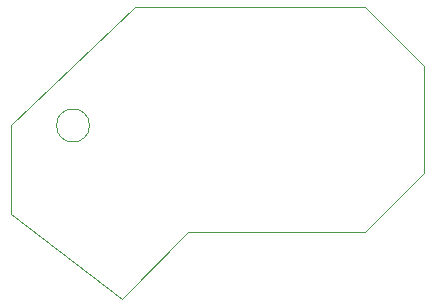
<source format=gbr>
%TF.GenerationSoftware,KiCad,Pcbnew,7.0.9*%
%TF.CreationDate,2023-12-20T17:33:42-07:00*%
%TF.ProjectId,vb_controller_shoulder_left_pcb,76625f63-6f6e-4747-926f-6c6c65725f73,4a*%
%TF.SameCoordinates,Original*%
%TF.FileFunction,Profile,NP*%
%FSLAX46Y46*%
G04 Gerber Fmt 4.6, Leading zero omitted, Abs format (unit mm)*
G04 Created by KiCad (PCBNEW 7.0.9) date 2023-12-20 17:33:42*
%MOMM*%
%LPD*%
G01*
G04 APERTURE LIST*
%TA.AperFunction,Profile*%
%ADD10C,0.100000*%
%TD*%
G04 APERTURE END LIST*
D10*
X167900000Y-100000000D02*
X172900000Y-105000000D01*
X137900000Y-117500000D02*
X147300000Y-124700000D01*
X147300000Y-124700000D02*
X152900000Y-119000000D01*
X152900000Y-119000000D02*
X167900000Y-119000000D01*
X172900000Y-114000000D02*
X167900000Y-119000000D01*
X144550000Y-110000000D02*
G75*
G03*
X144550000Y-110000000I-1400000J0D01*
G01*
X167900000Y-100000000D02*
X148400000Y-100000000D01*
X137900000Y-117500000D02*
X137900000Y-110000000D01*
X137900000Y-110000000D02*
X148400000Y-100000000D01*
X172900000Y-105000000D02*
X172900000Y-114000000D01*
M02*

</source>
